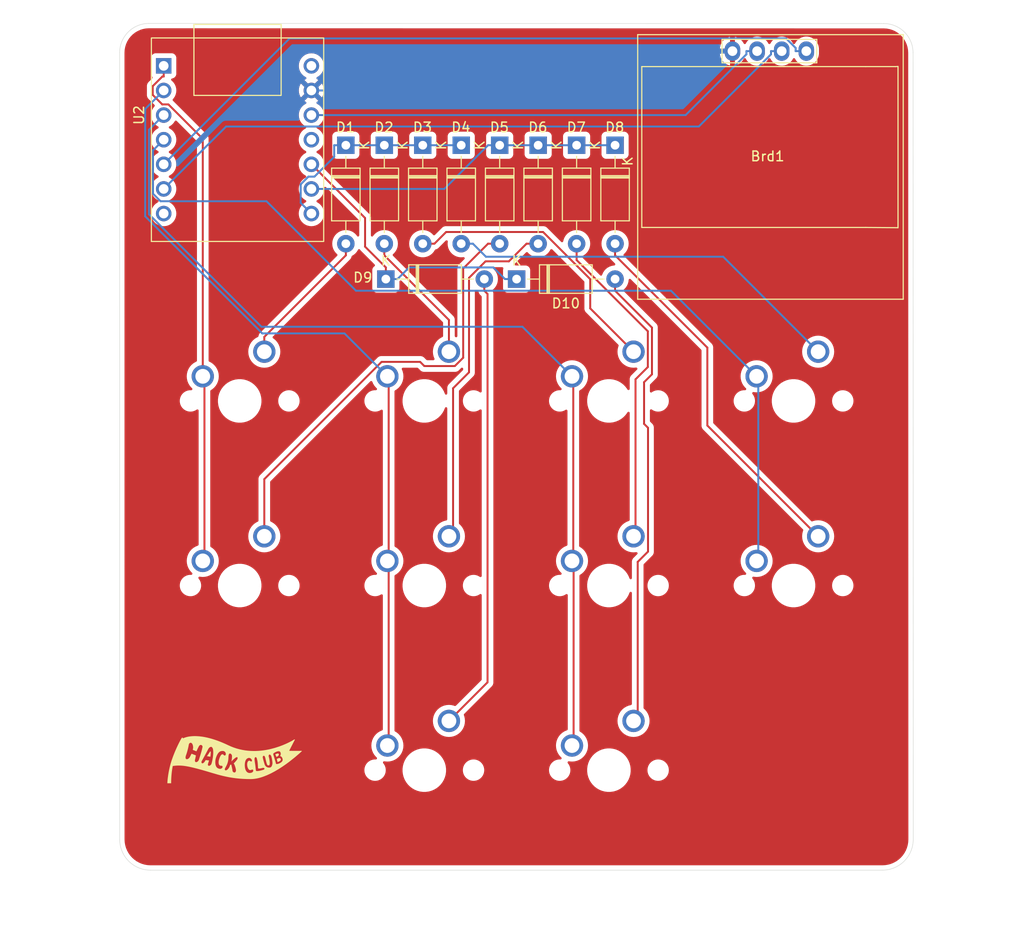
<source format=kicad_pcb>
(kicad_pcb (version 20240108) (generator "pcbnew") (generator_version "8.0")
  (layers (0 "F.Cu" signal) (31 "B.Cu" signal) (34 "B.Paste" user) (35 "F.Paste" user) (36 "B.SilkS" user "B.Silkscreen") (37 "F.SilkS" user "F.Silkscreen") (38 "B.Mask" user) (39 "F.Mask" user) (44 "Edge.Cuts" user))
  (net 0 "")
  (net 1 "ROW0")
  (net 2 "Net-(D1-A)")
  (net 3 "Net-(D2-A)")
  (net 4 "Net-(D3-A)")
  (net 5 "Net-(D4-A)")
  (net 6 "Net-(D5-A)")
  (net 7 "ROW1")
  (net 8 "Net-(D6-A)")
  (net 9 "Net-(D7-A)")
  (net 10 "Net-(D8-A)")
  (net 11 "Net-(D9-A)")
  (net 12 "ROW2")
  (net 13 "Net-(D10-A)")
  (net 14 "COL0")
  (net 15 "COL1")
  (net 16 "COL2")
  (net 17 "COL3")
  (net 18 "Net-(Brd1-SCL)")
  (net 19 "GND")
  (net 20 "Net-(Brd1-SDA)")
  (net 21 "SCR3V3")
  (net 24 "+5V")
  (footprint "Diode_THT:D_A-405_P10.16mm_Horizontal" (layer "F.Cu") (at 132.9055 77.1842)
    (property "Reference" "D9")
    (property "Value" "D" (hide yes))
  )
  (footprint "Diode_THT:D_A-405_P10.16mm_Horizontal" (layer "F.Cu") (at 148.6217 63.373 -90)
    (property "Reference" "D6")
    (property "Value" "D" (hide yes))
  )
  (footprint "Diode_THT:D_A-405_P10.16mm_Horizontal" (layer "F.Cu") (at 146.3992 77.1842)
    (property "Reference" "D10")
    (property "Value" "D" (hide yes))
  )
  (footprint "Diode_THT:D_A-405_P10.16mm_Horizontal" (layer "F.Cu") (at 136.7155 63.373 -90)
    (property "Reference" "D3")
    (property "Value" "D" (hide yes))
  )
  (footprint "MX_Solderable:MX-Solderable-1U" (layer "F.Cu") (at 155.9243 108.8072)
    (property "Reference" "SW7")
    (property "Value" "SW_Push_45deg")
  )
  (footprint "MX_Solderable:MX-Solderable-1U" (layer "F.Cu") (at 155.9243 89.7572)
    (property "Reference" "SW3")
    (property "Value" "SW_Push_45deg")
  )
  (footprint "SSD1306:128x64OLED" (layer "F.Cu") (at 172.293 64.262)
    (property "Reference" "Brd1")
    (property "Value" "SSD1306")
  )
  (footprint "MX_Solderable:MX-Solderable-1U" (layer "F.Cu") (at 136.8743 108.8072)
    (property "Reference" "SW6")
    (property "Value" "SW_Push_45deg")
  )
  (footprint "Diode_THT:D_A-405_P10.16mm_Horizontal" (layer "F.Cu") (at 140.6842 63.373 -90)
    (property "Reference" "D4")
    (property "Value" "D" (hide yes))
  )
  (footprint "Diode_THT:D_A-405_P10.16mm_Horizontal" (layer "F.Cu") (at 128.778 63.373 -90)
    (property "Reference" "D1")
    (property "Value" "D" (hide yes))
  )
  (footprint "MX_Solderable:MX-Solderable-1U" (layer "F.Cu") (at 174.9743 89.7572)
    (property "Reference" "SW4")
    (property "Value" "SW_Push_45deg")
  )
  (footprint "MX_Solderable:MX-Solderable-1U" (layer "F.Cu") (at 117.8243 108.8072)
    (property "Reference" "SW5")
    (property "Value" "SW_Push_45deg")
  )
  (footprint "Diode_THT:D_A-405_P10.16mm_Horizontal" (layer "F.Cu") (at 132.7467 63.373 -90)
    (property "Reference" "D2")
    (property "Value" "D" (hide yes))
  )
  (footprint "MX_Solderable:MX-Solderable-1U" (layer "F.Cu") (at 155.9243 127.8572)
    (property "Reference" "SW10")
    (property "Value" "SW_Push_45deg")
  )
  (footprint "MX_Solderable:MX-Solderable-1U" (layer "F.Cu") (at 136.8743 127.8572)
    (property "Reference" "SW9")
    (property "Value" "SW_Push_45deg")
  )
  (footprint "Diode_THT:D_A-405_P10.16mm_Horizontal" (layer "F.Cu") (at 152.5905 63.373 -90)
    (property "Reference" "D7")
    (property "Value" "D" (hide yes))
  )
  (footprint "MX_Solderable:MX-Solderable-1U" (layer "F.Cu") (at 117.8243 89.7572)
    (property "Reference" "SW1")
    (property "Value" "SW_Push_45deg")
  )
  (footprint "XIAO_PCB:MOUDLE14P-2.54-21X17.8MM" (layer "F.Cu") (at 117.602 62.803 90)
    (property "Reference" "U2")
    (property "Value" "MOUDLE-SEEEDUINO-XIAO")
  )
  (footprint "Diode_THT:D_A-405_P10.16mm_Horizontal" (layer "F.Cu") (at 144.653 63.373 -90)
    (property "Reference" "D5")
    (property "Value" "D" (hide yes))
  )
  (footprint "MX_Solderable:MX-Solderable-1U" (layer "F.Cu") (at 136.8743 89.7572)
    (property "Reference" "SW2")
    (property "Value" "SW_Push_45deg")
  )
  (footprint "Diode_THT:D_A-405_P10.16mm_Horizontal" (layer "F.Cu") (at 156.5592 63.373 -90)
    (property "Reference" "D8")
    (property "Value" "D" (hide yes))
  )
  (footprint "MX_Solderable:MX-Solderable-1U" (layer "F.Cu") (at 174.9743 108.8072)
    (property "Reference" "SW8")
    (property "Value" "SW_Push_45deg")
  )
  (gr_poly (pts (xy 121.919431 126.6092) (xy 121.930843 126.609834) (xy 121.94208 126.611128) (xy 121.953111 126.613122) (xy 121.958538 126.614393) (xy 121.963902 126.615854) (xy 121.969198 126.617509) (xy 121.974422 126.619364) (xy 121.97957 126.621422) (xy 121.984638 126.623689) (xy 121.989623 126.62617) (xy 121.99452 126.628869) (xy 121.999324 126.631791) (xy 122.004033 126.634942) (xy 122.008642 126.638326) (xy 122.013147 126.641947) (xy 122.017544 126.645812) (xy 122.021828 126.649924) (xy 122.025997 126.654288) (xy 122.030046 126.658909) (xy 122.033971 126.663793) (xy 122.037768 126.668943) (xy 122.041432 126.674365) (xy 122.044961 126.680064) (xy 122.048349 126.686044) (xy 122.051594 126.69231) (xy 122.05469 126.698868) (xy 122.057634 126.705721) (xy 122.064515 126.725705) (xy 122.068601 126.744915) (xy 122.070063 126.763365) (xy 122.069069 126.781068) (xy 122.065789 126.798039) (xy 122.060392 126.814289) (xy 122.053046 126.829833) (xy 122.043922 126.844685) (xy 122.033189 126.858856) (xy 122.021016 126.872362) (xy 122.007571 126.885215) (xy 121.993025 126.897429) (xy 121.977547 126.909017) (xy 121.961305 126.919992) (xy 121.927209 126.94016) (xy 121.892092 126.958039) (xy 121.857307 126.973737) (xy 121.79415 126.999018) (xy 121.748571 127.016863) (xy 121.735757 127.023265) (xy 121.732437 127.025883) (xy 121.7314 127.02813) (xy 121.654144 126.705721) (xy 121.677158 126.691049) (xy 121.703242 126.675949) (xy 121.736659 126.658552) (xy 121.755558 126.649667) (xy 121.77562 126.641018) (xy 121.79662 126.632874) (xy 121.818335 126.625506) (xy 121.840542 126.619184) (xy 121.863017 126.614177) (xy 121.885536 126.610755) (xy 121.907876 126.609189)) (stroke (width -0.000001)) (fill solid) (layer "F.SilkS"))
  (gr_poly (pts (xy 113.350517 124.345762) (xy 113.652511 124.364834) (xy 113.984571 124.40559) (xy 114.162063 124.435104) (xy 114.347297 124.471244) (xy 114.540347 124.514413) (xy 114.741288 124.565011) (xy 114.950195 124.623441) (xy 115.167144 124.690105) (xy 115.392208 124.765405) (xy 115.625463 124.849741) (xy 115.866985 124.943517) (xy 116.116846 125.047134) (xy 116.375124 125.160993) (xy 116.641892 125.285498) (xy 116.93448 125.416422) (xy 117.226743 125.529167) (xy 117.518204 125.624585) (xy 117.808386 125.703527) (xy 118.096811 125.766844) (xy 118.383001 125.815388) (xy 118.666479 125.850009) (xy 118.946768 125.871559) (xy 119.22339 125.880889) (xy 119.495868 125.878851) (xy 119.763724 125.866295) (xy 120.02648 125.844073) (xy 120.28366 125.813036) (xy 120.534785 125.774035) (xy 120.779379 125.727922) (xy 121.016963 125.675547) (xy 121.469194 125.555419) (xy 121.887659 125.42046) (xy 122.268536 125.277482) (xy 122.608007 125.133292) (xy 122.902252 124.994702) (xy 123.14745 124.868521) (xy 123.475429 124.680625) (xy 123.477223 124.679657) (xy 123.479081 124.678923) (xy 123.480993 124.678412) (xy 123.48295 124.678115) (xy 123.484941 124.678024) (xy 123.486956 124.678128) (xy 123.488987 124.678418) (xy 123.491021 124.678884) (xy 123.493051 124.679518) (xy 123.495066 124.680309) (xy 123.497056 124.681248) (xy 123.499011 124.682327) (xy 123.500921 124.683534) (xy 123.502776 124.684861) (xy 123.504567 124.686298) (xy 123.506283 124.687837) (xy 123.507915 124.689467) (xy 123.509452 124.691178) (xy 123.510886 124.692962) (xy 123.512205 124.69481) (xy 123.5134 124.696711) (xy 123.514461 124.698656) (xy 123.515379 124.700635) (xy 123.516142 124.70264) (xy 123.516742 124.704661) (xy 123.517169 124.706688) (xy 123.517412 124.708712) (xy 123.517462 124.710723) (xy 123.517308 124.712712) (xy 123.516941 124.714669) (xy 123.516352 124.716586) (xy 123.515529 124.718452) (xy 122.94714 125.824844) (xy 122.946361 125.826488) (xy 122.945704 125.828146) (xy 122.945167 125.829815) (xy 122.944746 125.831491) (xy 122.944439 125.833168) (xy 122.944245 125.834843) (xy 122.944159 125.836511) (xy 122.94418 125.838168) (xy 122.944305 125.83981) (xy 122.944532 125.841432) (xy 122.944858 125.84303) (xy 122.94528 125.844599) (xy 122.945796 125.846136) (xy 122.946403 125.847635) (xy 122.947099 125.849093) (xy 122.947881 125.850504) (xy 122.948747 125.851866) (xy 122.949694 125.853172) (xy 122.950719 125.85442) (xy 122.95182 125.855605) (xy 122.952995 125.856721) (xy 122.954241 125.857766) (xy 122.955555 125.858734) (xy 122.956935 125.859622) (xy 122.958377 125.860424) (xy 122.959881 125.861137) (xy 122.961443 125.861756) (xy 122.96306 125.862277) (xy 122.96473 125.862695) (xy 122.96645 125.863007) (xy 122.968219 125.863207) (xy 122.970032 125.863292) (xy 123.429241 125.86709) (xy 123.793941 125.867075) (xy 124.210473 125.863602) (xy 124.212687 125.863652) (xy 124.214837 125.863856) (xy 124.216918 125.864207) (xy 124.218928 125.8647) (xy 124.220862 125.865325) (xy 124.222717 125.866077) (xy 124.224488 125.866948) (xy 124.226172 125.867931) (xy 124.227766 125.86902) (xy 124.229265 125.870207) (xy 124.230665 125.871485) (xy 124.231963 125.872847) (xy 124.233155 125.874287) (xy 124.234238 125.875797) (xy 124.235207 125.87737) (xy 124.236058 125.878998) (xy 124.236789 125.880676) (xy 124.237394 125.882396) (xy 124.237871 125.884152) (xy 124.238215 125.885935) (xy 124.238423 125.887739) (xy 124.23849 125.889557) (xy 124.238414 125.891382) (xy 124.23819 125.893206) (xy 124.237815 125.895024) (xy 124.237284 125.896828) (xy 124.236595 125.89861) (xy 124.235742 125.900364) (xy 124.234723 125.902083) (xy 124.233533 125.90376) (xy 124.232169 125.905387) (xy 124.230627 125.906958) (xy 123.980903 126.135449) (xy 123.54544 126.510245) (xy 122.958644 126.976863) (xy 122.61925 127.227578) (xy 122.254925 127.480817) (xy 121.869971 127.72977) (xy 121.468689 127.967625) (xy 121.05538 128.187572) (xy 120.634344 128.382801) (xy 120.209884 128.546501) (xy 119.997713 128.6144) (xy 119.786299 128.671862) (xy 119.576179 128.718037) (xy 119.367891 128.752073) (xy 119.161972 128.773118) (xy 118.95896 128.780323) (xy 118.536645 128.774145) (xy 118.137337 128.756269) (xy 117.75915 128.72768) (xy 117.400194 128.689365) (xy 117.05858 128.64231) (xy 116.732422 128.5875) (xy 116.41983 128.525922) (xy 116.118916 128.458562) (xy 115.827792 128.386405) (xy 115.544569 128.310438) (xy 114.994275 128.151018) (xy 114.452927 127.988189) (xy 113.905419 127.829839) (xy 113.700614 127.77458) (xy 116.286717 127.77458) (xy 116.287998 127.790558) (xy 116.290966 127.805433) (xy 116.29556 127.819125) (xy 116.301719 127.831556) (xy 116.30938 127.842644) (xy 116.318482 127.852312) (xy 116.328962 127.860478) (xy 116.34076 127.867063) (xy 116.353814 127.871987) (xy 116.368061 127.875171) (xy 116.38344 127.876534) (xy 116.39989 127.875997) (xy 116.417348 127.873481) (xy 116.435752 127.868905) (xy 116.455042 127.86219) (xy 116.475156 127.853256) (xy 116.49603 127.842023) (xy 116.517605 127.828411) (xy 116.539818 127.812341) (xy 116.562607 127.793734) (xy 116.58591 127.772508) (xy 116.609667 127.748585) (xy 116.633814 127.721884) (xy 116.658291 127.692327) (xy 116.683036 127.659833) (xy 116.707986 127.624322) (xy 116.720174 127.605805) (xy 116.732402 127.584532) (xy 116.744556 127.561048) (xy 116.756522 127.535898) (xy 116.768186 127.509627) (xy 116.779434 127.48278) (xy 116.800226 127.42954) (xy 116.817985 127.380539) (xy 116.8318 127.340138) (xy 116.843947 127.302584) (xy 116.960116 127.28951) (xy 117.01378 127.536754) (xy 117.055602 127.747096) (xy 117.072894 127.845156) (xy 117.084966 127.927507) (xy 117.088174 127.944573) (xy 117.093037 127.961102) (xy 117.099442 127.977022) (xy 117.107274 127.992263) (xy 117.116419 128.006753) (xy 117.126762 128.020421) (xy 117.13819 128.033197) (xy 117.150587 128.045009) (xy 117.16384 128.055787) (xy 117.177834 128.065459) (xy 117.192455 128.073954) (xy 117.207588 128.081202) (xy 117.223119 128.087131) (xy 117.238934 128.091671) (xy 117.254919 128.09475) (xy 117.270959 128.096297) (xy 117.286939 128.096242) (xy 117.302746 128.094512) (xy 117.318265 128.091039) (xy 117.333382 128.085749) (xy 117.347983 128.078573) (xy 117.361952 128.069439) (xy 117.375176 128.058276) (xy 117.387541 128.045013) (xy 117.398931 128.02958) (xy 117.409234 128.011904) (xy 117.418333 127.991916) (xy 117.426116 127.969544) (xy 117.432468 127.944718) (xy 117.437274 127.917365) (xy 117.44042 127.887416) (xy 117.441791 127.854798) (xy 117.435922 127.806162) (xy 117.427013 127.753408) (xy 117.414987 127.696515) (xy 117.399768 127.635465) (xy 117.381278 127.570238) (xy 117.359442 127.500815) (xy 117.33418 127.427175) (xy 117.305417 127.349299) (xy 117.297573 127.328034) (xy 118.350472 127.328034) (xy 118.35109 127.391312) (xy 118.353263 127.438914) (xy 118.356577 127.485208) (xy 118.361024 127.53017) (xy 118.366595 127.573775) (xy 118.373282 127.615997) (xy 118.381077 127.656813) (xy 118.389971 127.696196) (xy 118.399957 127.734123) (xy 118.411026 127.770568) (xy 118.423169 127.805507) (xy 118.436378 127.838915) (xy 118.450646 127.870767) (xy 118.465963 127.901038) (xy 118.482322 127.929704) (xy 118.499714 127.956738) (xy 118.51813 127.982118) (xy 118.537564 128.005817) (xy 118.558005 128.027811) (xy 118.579447 128.048075) (xy 118.601881 128.066585) (xy 118.625298 128.083315) (xy 118.64969 128.098241) (xy 118.675049 128.111337) (xy 118.701366 128.122579) (xy 118.728634 128.131943) (xy 118.756844 128.139402) (xy 118.785987 128.144934) (xy 118.816056 128.148511) (xy 118.847042 128.150111) (xy 118.878937 128.149707) (xy 118.911733 128.147275) (xy 118.945421 128.142791) (xy 118.978249 128.136686) (xy 119.008535 128.129471) (xy 119.036368 128.121229) (xy 119.061842 128.112045) (xy 119.085048 128.102002) (xy 119.106078 128.091183) (xy 119.125024 128.079673) (xy 119.141978 128.067556) (xy 119.157031 128.054916) (xy 119.170277 128.041835) (xy 119.181806 128.028399) (xy 119.19171 128.01469) (xy 119.200082 128.000793) (xy 119.207014 127.986792) (xy 119.212596 127.97277) (xy 119.216922 127.958811) (xy 119.220083 127.945) (xy 119.222171 127.931419) (xy 119.223278 127.918153) (xy 119.223496 127.905285) (xy 119.222916 127.8929) (xy 119.221632 127.881081) (xy 119.219733 127.869912) (xy 119.217314 127.859477) (xy 119.214464 127.84986) (xy 119.211277 127.841144) (xy 119.207845 127.833413) (xy 119.204258 127.826752) (xy 119.20061 127.821244) (xy 119.196991 127.816972) (xy 119.193495 127.814021) (xy 119.190212 127.812475) (xy 119.185378 127.810918) (xy 119.180776 127.808963) (xy 119.171319 127.804511) (xy 119.165986 127.802338) (xy 119.159934 127.800418) (xy 119.152923 127.798912) (xy 119.144715 127.797984) (xy 119.135072 127.797795) (xy 119.123756 127.798508) (xy 119.110529 127.800285) (xy 119.095152 127.803289) (xy 119.077387 127.807682) (xy 119.056995 127.813627) (xy 119.033739 127.821285) (xy 119.007381 127.83082) (xy 118.993488 127.835723) (xy 118.979809 127.839906) (xy 118.96634 127.843361) (xy 118.953076 127.84608) (xy 118.940015 127.848056) (xy 118.927154 127.849281) (xy 118.914489 127.849748) (xy 118.902016 127.849449) (xy 118.889732 127.848377) (xy 118.877633 127.846524) (xy 118.865717 127.843883) (xy 118.85398 127.840445) (xy 118.842419 127.836205) (xy 118.831029 127.831153) (xy 118.819808 127.825283) (xy 118.808752 127.818586) (xy 118.797858 127.811057) (xy 118.787122 127.802686) (xy 118.776541 127.793466) (xy 118.766112 127.78339) (xy 118.75583 127.772451) (xy 118.745694 127.76064) (xy 118.735699 127.74795) (xy 118.725841 127.734374) (xy 118.716119 127.719904) (xy 118.706527 127.704533) (xy 118.687722 127.671056) (xy 118.669401 127.633883) (xy 118.651536 127.592953) (xy 118.640241 127.562332) (xy 118.629784 127.528704) (xy 118.62034 127.492477) (xy 118.612079 127.454057) (xy 118.605174 127.413854) (xy 118.599798 127.372273) (xy 118.596122 127.329723) (xy 118.594319 127.286612) (xy 118.59456 127.243346) (xy 118.597019 127.200334) (xy 118.601867 127.157983) (xy 118.609276 127.116701) (xy 118.619418 127.076894) (xy 118.632467 127.038972) (xy 118.640135 127.020844) (xy 118.648593 127.00334) (xy 118.657865 126.986511) (xy 118.66797 126.970408) (xy 118.67111 126.965858) (xy 118.674237 126.961513) (xy 118.67735 126.957367) (xy 118.680445 126.953414) (xy 118.68352 126.949648) (xy 118.686573 126.946063) (xy 118.692603 126.939413) (xy 118.698514 126.933416) (xy 118.704288 126.928024) (xy 118.709904 126.923189) (xy 118.715343 126.918863) (xy 118.720586 126.914999) (xy 118.725612 126.91155) (xy 118.730403 126.908466) (xy 118.734938 126.905701) (xy 118.750136 126.896872) (xy 118.756429 126.893268) (xy 118.762722 126.890116) (xy 118.769003 126.887396) (xy 118.775261 126.885088) (xy 118.781486 126.883172) (xy 118.787668 126.881627) (xy 118.793794 126.880435) (xy 118.799856 126.879573) (xy 118.805841 126.879023) (xy 118.811739 126.878764) (xy 118.817539 126.878777) (xy 118.823232 126.87904) (xy 118.828805 126.879534) (xy 118.834248 126.880238) (xy 118.839551 126.881133) (xy 118.844702 126.882198) (xy 118.849691 126.883413) (xy 118.854507 126.884759) (xy 118.863579 126.887759) (xy 118.87183 126.891038) (xy 118.879175 126.894434) (xy 118.885528 126.897786) (xy 118.890803 126.900933) (xy 118.894914 126.903713) (xy 118.897775 126.905967) (xy 118.91496 126.917893) (xy 118.931267 126.928194) (xy 118.946706 126.936925) (xy 118.961284 126.944142) (xy 118.975011 126.949899) (xy 118.987896 126.954254) (xy 118.999946 126.957261) (xy 119.011171 126.958976) (xy 119.021579 126.959455) (xy 119.031178 126.958754) (xy 119.039978 126.956927) (xy 119.047988 126.954031) (xy 119.055215 126.950121) (xy 119.061668 126.945253) (xy 119.067356 126.939483) (xy 119.072288 126.932865) (xy 119.076472 126.925456) (xy 119.079918 126.917312) (xy 119.082632 126.908487) (xy 119.084625 126.899038) (xy 119.085905 126.889021) (xy 119.08648 126.87849) (xy 119.08636 126.867501) (xy 119.085552 126.856111) (xy 119.084066 126.844374) (xy 119.08191 126.832346) (xy 119.079092 126.820084) (xy 119.075622 126.807642) (xy 119.071508 126.795076) (xy 119.066758 126.782441) (xy 119.061382 126.769794) (xy 119.055388 126.757191) (xy 119.041238 126.737984) (xy 119.026769 126.719897) (xy 119.013821 126.70505) (xy 119.355835 126.70505) (xy 119.356881 126.743154) (xy 119.359245 126.783987) (xy 119.367343 126.872564) (xy 119.37895 126.968228) (xy 119.39289 127.068426) (xy 119.423061 127.272213) (xy 119.436937 127.370697) (xy 119.448439 127.463504) (xy 119.4757 127.720969) (xy 119.481044 127.766554) (xy 119.486956 127.810456) (xy 119.494016 127.85559) (xy 119.502803 127.904873) (xy 119.507216 127.916946) (xy 119.515367 127.927075) (xy 119.527004 127.935358) (xy 119.541876 127.941898) (xy 119.559733 127.946794) (xy 119.580324 127.950147) (xy 119.603397 127.952056) (xy 119.628702 127.952624) (xy 119.685001 127.950133) (xy 119.747215 127.943478) (xy 119.813334 127.933463) (xy 119.881351 127.92089) (xy 120.015046 127.891286) (xy 120.132234 127.861097) (xy 120.216852 127.836749) (xy 120.252834 127.824671) (xy 120.256705 127.822769) (xy 120.261905 127.820796) (xy 120.275609 127.816164) (xy 120.283774 127.81327) (xy 120.292586 127.809833) (xy 120.301876 127.805737) (xy 120.311474 127.800864) (xy 120.32121 127.795095) (xy 120.326076 127.791838) (xy 120.330913 127.788313) (xy 120.3357 127.784506) (xy 120.340414 127.780401) (xy 120.345035 127.775985) (xy 120.349542 127.771241) (xy 120.353913 127.766156) (xy 120.358127 127.760715) (xy 120.362163 127.754904) (xy 120.366 127.748706) (xy 120.369615 127.742109) (xy 120.372989 127.735096) (xy 120.376099 127.727654) (xy 120.378925 127.719768) (xy 120.381679 127.711955) (xy 120.38336 127.704423) (xy 120.384016 127.697176) (xy 120.383695 127.690217) (xy 120.382446 127.683549) (xy 120.380316 127.677176) (xy 120.377353 127.671101) (xy 120.373607 127.665328) (xy 120.369124 127.659859) (xy 120.363952 127.654699) (xy 120.358141 127.64985) (xy 120.351738 127.645317) (xy 120.344791 127.641102) (xy 120.337348 127.637209) (xy 120.321168 127.630402) (xy 120.303583 127.624922) (xy 120.284977 127.620798) (xy 120.265735 127.618056) (xy 120.246242 127.616723) (xy 120.226883 127.616827) (xy 120.208043 127.618394) (xy 120.190107 127.621451) (xy 120.173459 127.626026) (xy 120.131984 127.638363) (xy 120.074973 127.652729) (xy 120.008273 127.667211) (xy 119.973115 127.673899) (xy 119.937727 127.6799) (xy 119.90284 127.684974) (xy 119.869183 127.688884) (xy 119.837487 127.691389) (xy 119.808484 127.692252) (xy 119.782903 127.691233) (xy 119.771624 127.689944) (xy 119.761476 127.688094) (xy 119.752548 127.685655) (xy 119.744932 127.682596) (xy 119.73872 127.678887) (xy 119.734003 127.674499) (xy 119.726836 127.659406) (xy 119.72092 127.633817) (xy 119.716 127.598844) (xy 119.711822 127.555598) (xy 119.697422 127.322119) (xy 119.688038 127.184641) (xy 119.674479 127.045192) (xy 119.665496 126.977507) (xy 119.654703 126.912664) (xy 119.641847 126.851774) (xy 119.626671 126.795948) (xy 119.623471 126.777128) (xy 119.62011 126.759054) (xy 119.616593 126.741716) (xy 119.612926 126.725103) (xy 119.609116 126.709206) (xy 119.605169 126.694013) (xy 119.601091 126.679516) (xy 119.596889 126.665702) (xy 119.592569 126.652564) (xy 119.588138 126.640089) (xy 119.583601 126.628268) (xy 119.578964 126.617091) (xy 119.574236 126.606547) (xy 119.56942 126.596627) (xy 119.564525 126.587319) (xy 119.559556 126.578615) (xy 119.554519 126.570502) (xy 119.549421 126.562972) (xy 119.544268 126.556015) (xy 119.539067 126.549619) (xy 119.533823 126.543774) (xy 119.528543 126.538471) (xy 119.523234 126.533699) (xy 119.517901 126.529448) (xy 119.512551 126.525708) (xy 119.507191 126.522469) (xy 119.501826 126.519719) (xy 119.496463 126.51745) (xy 119.491108 126.51565) (xy 119.485767 126.51431) (xy 119.480448 126.513419) (xy 119.475155 126.512968) (xy 119.469198 126.512974) (xy 119.463293 126.513516) (xy 119.457449 126.514579) (xy 119.451675 126.516148) (xy 119.445981 126.518208) (xy 119.440376 126.520745) (xy 119.434868 126.523742) (xy 119.429468 126.527186) (xy 119.424184 126.531062) (xy 119.419025 126.535355) (xy 119.409121 126.54513) (xy 119.399828 126.556393) (xy 119.391221 126.569025) (xy 119.383372 126.582906) (xy 119.376355 126.597917) (xy 119.370244 126.61394) (xy 119.365111 126.630855) (xy 119.36103 126.648542) (xy 119.358075 126.666883) (xy 119.356319 126.685759) (xy 119.355835 126.70505) (xy 119.013821 126.70505) (xy 119.011986 126.702945) (xy 118.996891 126.687141) (xy 118.981489 126.672499) (xy 118.965784 126.659035) (xy 118.94978 126.646762) (xy 118.93348 126.635695) (xy 118.916889 126.625849) (xy 118.900011 126.617237) (xy 118.882849 126.609873) (xy 118.865407 126.603773) (xy 118.84769 126.59895) (xy 118.829701 126.59542) (xy 118.811444 126.593195) (xy 118.792924 126.592291) (xy 118.778339 126.592511) (xy 118.7636 126.593545) (xy 118.748707 126.5954) (xy 118.733663 126.598084) (xy 118.718469 126.601602) (xy 118.703127 126.605962) (xy 118.68764 126.611169) (xy 118.672008 126.617232) (xy 118.656234 126.624155) (xy 118.640319 126.631947) (xy 118.624266 126.640613) (xy 118.608076 126.650161) (xy 118.591751 126.660597) (xy 118.575292 126.671927) (xy 118.558702 126.684158) (xy 118.541983 126.697298) (xy 118.519566 126.721308) (xy 118.498272 126.747828) (xy 118.47816 126.776875) (xy 118.459289 126.808463) (xy 118.441718 126.842607) (xy 118.425505 126.879323) (xy 118.410711 126.918627) (xy 118.397394 126.960533) (xy 118.385612 127.005057) (xy 118.375425 127.052214) (xy 118.366891 127.102019) (xy 118.36007 127.154489) (xy 118.35502 127.209638) (xy 118.351801 127.267481) (xy 118.350472 127.328034) (xy 117.297573 127.328034) (xy 117.296295 127.324571) (xy 117.28586 127.298796) (xy 117.272367 127.268646) (xy 117.264676 127.253) (xy 117.256462 127.237545) (xy 117.247807 127.222707) (xy 117.23879 127.208916) (xy 117.229492 127.196599) (xy 117.224763 127.191127) (xy 117.219994 127.186184) (xy 117.215196 127.181824) (xy 117.210377 127.178099) (xy 117.205549 127.175064) (xy 117.200721 127.172773) (xy 117.258292 127.113864) (xy 117.318036 127.050511) (xy 117.387558 126.9737) (xy 117.458711 126.890286) (xy 117.492353 126.848245) (xy 117.523348 126.807124) (xy 117.550677 126.76778) (xy 117.573323 126.73107) (xy 117.590266 126.697851) (xy 117.596282 126.682818) (xy 117.60049 126.668979) (xy 117.606086 126.641916) (xy 117.609101 126.616344) (xy 117.609364 126.592698) (xy 117.60841 126.581735) (xy 117.606705 126.571417) (xy 117.604226 126.5618) (xy 117.600954 126.552938) (xy 117.596866 126.544885) (xy 117.591941 126.537697) (xy 117.586159 126.531427) (xy 117.579498 126.526132) (xy 117.571936 126.521864) (xy 117.563452 126.518679) (xy 117.554026 126.516632) (xy 117.543636 126.515777) (xy 117.53226 126.516168) (xy 117.519878 126.517861) (xy 117.506469 126.52091) (xy 117.49201 126.52537) (xy 117.476481 126.531295) (xy 117.459861 126.53874) (xy 117.442127 126.547759) (xy 117.42326 126.558408) (xy 117.403238 126.570741) (xy 117.38204 126.584812) (xy 117.359644 126.600676) (xy 117.336029 126.618388) (xy 117.311173 126.638002) (xy 117.285057 126.659574) (xy 117.259037 126.681668) (xy 117.234456 126.702819) (xy 117.211271 126.723043) (xy 117.189445 126.742356) (xy 117.168936 126.760773) (xy 117.149704 126.77831) (xy 117.131709 126.794984) (xy 117.114911 126.810809) (xy 117.09927 126.825803) (xy 117.084746 126.83998) (xy 117.071299 126.853357) (xy 117.058888 126.865949) (xy 117.047474 126.877772) (xy 117.037016 126.888843) (xy 117.027475 126.899176) (xy 117.018809 126.908789) (xy 117.003946 126.925913) (xy 116.992106 126.940343) (xy 116.982968 126.952205) (xy 116.976211 126.961626) (xy 116.971514 126.968733) (xy 116.968556 126.973652) (xy 116.966575 126.977436) (xy 116.977072 126.92642) (xy 116.987688 126.86928) (xy 116.999656 126.796945) (xy 117.011307 126.713832) (xy 117.02097 126.624363) (xy 117.024535 126.578626) (xy 117.026977 126.532956) (xy 117.027679 126.504436) (xy 120.202575 126.504436) (xy 120.20266 126.517154) (xy 120.203638 126.530228) (xy 120.210705 126.58311) (xy 120.220886 126.63839) (xy 120.23492 126.6999) (xy 120.253547 126.771468) (xy 120.30753 126.960103) (xy 120.388743 127.234939) (xy 120.402021 127.272679) (xy 120.41664 127.307748) (xy 120.432494 127.34024) (xy 120.449476 127.370251) (xy 120.467479 127.397874) (xy 120.486398 127.423204) (xy 120.506124 127.446337) (xy 120.526552 127.467366) (xy 120.547575 127.486386) (xy 120.569085 127.503493) (xy 120.590978 127.51878) (xy 120.613144 127.532342) (xy 120.635479 127.544274) (xy 120.657875 127.55467) (xy 120.680225 127.563626) (xy 120.702424 127.571235) (xy 120.724363 127.577593) (xy 120.745937 127.582793) (xy 120.787562 127.590102) (xy 120.826445 127.593919) (xy 120.861731 127.595) (xy 120.892568 127.594103) (xy 120.918102 127.591985) (xy 120.949846 127.587114) (xy 120.965958 127.582803) (xy 120.981271 127.577761) (xy 120.99581 127.572021) (xy 121.009601 127.565611) (xy 121.022669 127.558562) (xy 121.03504 127.550904) (xy 121.046739 127.542669) (xy 121.057792 127.533885) (xy 121.068224 127.524584) (xy 121.078061 127.514795) (xy 121.087328 127.504549) (xy 121.09605 127.493877) (xy 121.111963 127.471373) (xy 121.126003 127.447525) (xy 121.138375 127.422577) (xy 121.149281 127.396769) (xy 121.158926 127.370346) (xy 121.167514 127.343549) (xy 121.18233 127.289803) (xy 121.19536 127.237472) (xy 121.200795 127.20777) (xy 121.2039 127.172607) (xy 121.204835 127.132586) (xy 121.20376 127.088309) (xy 121.200834 127.040379) (xy 121.196218 126.989401) (xy 121.182552 126.880708) (xy 121.164041 126.767057) (xy 121.141963 126.653271) (xy 121.117594 126.544177) (xy 121.092215 126.4446) (xy 121.083288 126.421714) (xy 121.073733 126.400124) (xy 121.063614 126.379857) (xy 121.052994 126.360937) (xy 121.041937 126.343391) (xy 121.036263 126.335141) (xy 121.030504 126.327244) (xy 121.024667 126.319703) (xy 121.01876 126.312521) (xy 121.012791 126.305702) (xy 121.006768 126.299248) (xy 121.000699 126.293164) (xy 120.994591 126.287451) (xy 120.988453 126.282114) (xy 120.982292 126.277155) (xy 120.976117 126.272578) (xy 120.969935 126.268386) (xy 120.963755 126.264582) (xy 120.957583 126.261169) (xy 120.951429 126.25815) (xy 120.945299 126.255529) (xy 120.939202 126.253309) (xy 120.933146 126.251493) (xy 120.927139 126.250084) (xy 120.921188 126.249086) (xy 120.915301 126.248501) (xy 120.909487 126.248333) (xy 120.900605 126.248907) (xy 120.891947 126.25051) (xy 120.883543 126.253153) (xy 120.875423 126.256848) (xy 120.867616 126.261607) (xy 120.860151 126.267442) (xy 120.853059 126.274366) (xy 120.846369 126.282388) (xy 120.840111 126.291523) (xy 120.834315 126.301782) (xy 120.829009 126.313176) (xy 120.824225 126.325718) (xy 120.81999 126.33942) (xy 120.816336 126.354293) (xy 120.813292 126.370349) (xy 120.810888 126.387601) (xy 120.810975 126.400001) (xy 120.811825 126.412964) (xy 120.813378 126.426497) (xy 120.815577 126.440603) (xy 120.821684 126.470558) (xy 120.829685 126.502868) (xy 120.849523 126.574718) (xy 120.860437 126.614337) (xy 120.871401 126.656473) (xy 120.886786 126.749417) (xy 120.901401 126.845128) (xy 120.913833 126.940791) (xy 120.918789 126.987725) (xy 120.92267 127.033593) (xy 120.925299 127.078041) (xy 120.9265 127.120718) (xy 120.926096 127.161273) (xy 120.923911 127.199353) (xy 120.919768 127.234607) (xy 120.913491 127.266684) (xy 120.904904 127.29523) (xy 120.899688 127.30807) (xy 120.893828 127.319895) (xy 120.888407 127.327093) (xy 120.882641 127.333735) (xy 120.876552 127.339828) (xy 120.870164 127.345374) (xy 120.863499 127.35038) (xy 120.856579 127.354848) (xy 120.849428 127.358784) (xy 120.842067 127.362192) (xy 120.834521 127.365076) (xy 120.82681 127.36744) (xy 120.818958 127.36929) (xy 120.810988 127.37063) (xy 120.802922 127.371464) (xy 120.794783 127.371796) (xy 120.786594 127.371631) (xy 120.778376 127.370973) (xy 120.770154 127.369827) (xy 120.761949 127.368197) (xy 120.753784 127.366088) (xy 120.745681 127.363503) (xy 120.737664 127.360449) (xy 120.729756 127.356928) (xy 120.721978 127.352945) (xy 120.714353 127.348505) (xy 120.706904 127.343612) (xy 120.699654 127.338271) (xy 120.692626 127.332486) (xy 120.685841 127.326261) (xy 120.679323 127.319601) (xy 120.673094 127.31251) (xy 120.667177 127.304993) (xy 120.661595 127.297054) (xy 120.642221 127.253507) (xy 120.623529 127.204035) (xy 120.60549 127.149645) (xy 120.588074 127.091349) (xy 120.554997 126.96707) (xy 120.524065 126.83927) (xy 120.495044 126.716022) (xy 120.4677 126.605398) (xy 120.454585 126.557343) (xy 120.441801 126.515472) (xy 120.42932 126.480793) (xy 120.417113 126.454315) (xy 120.408994 126.440791) (xy 120.400569 126.428627) (xy 120.391876 126.417791) (xy 120.382957 126.408248) (xy 120.373851 126.399965) (xy 120.364599 126.39291) (xy 120.35524 126.387047) (xy 120.345814 126.382344) (xy 120.336362 126.378768) (xy 120.326923 126.376284) (xy 120.317538 126.374859) (xy 120.308246 126.374459) (xy 120.299087 126.375052) (xy 120.290102 126.376603) (xy 120.28133 126.37908) (xy 120.272812 126.382447) (xy 120.264587 126.386673) (xy 120.256696 126.391724) (xy 120.249178 126.397565) (xy 120.242073 126.404164) (xy 120.235423 126.411486) (xy 120.229265 126.419499) (xy 120.223642 126.428169) (xy 120.218591 126.437463) (xy 120.214155 126.447346) (xy 120.210371 126.457785) (xy 120.207282 126.468747) (xy 120.204926 126.480199) (xy 120.203344 126.492106) (xy 120.202575 126.504436) (xy 117.027679 126.504436) (xy 117.028087 126.487908) (xy 117.027656 126.444031) (xy 117.028846 126.428451) (xy 117.029237 126.413073) (xy 117.02886 126.397917) (xy 117.027745 126.383003) (xy 117.025921 126.368349) (xy 117.023417 126.353976) (xy 117.020264 126.339903) (xy 117.016491 126.326149) (xy 117.012128 126.312734) (xy 117.007204 126.299677) (xy 117.001749 126.286999) (xy 116.995793 126.274717) (xy 116.989365 126.262852) (xy 116.982495 126.251424) (xy 116.975212 126.240451) (xy 116.967547 126.229953) (xy 116.959528 126.21995) (xy 116.951186 126.210461) (xy 116.94255 126.201505) (xy 116.937599 126.196831) (xy 121.287285 126.196831) (xy 121.287398 126.202242) (xy 121.288276 126.212887) (xy 121.289793 126.223317) (xy 121.291672 126.233555) (xy 121.295406 126.253552) (xy 121.43094 126.697177) (xy 121.524839 127.017555) (xy 121.556296 127.134092) (xy 121.565398 127.172911) (xy 121.569033 127.19551) (xy 121.569822 127.1989) (xy 121.571228 127.202073) (xy 121.573228 127.205033) (xy 121.575803 127.207779) (xy 121.578932 127.210314) (xy 121.582592 127.212637) (xy 121.591423 127.216657) (xy 121.602127 127.219848) (xy 121.614537 127.222219) (xy 121.628482 127.223781) (xy 121.643793 127.224542) (xy 121.660301 127.224512) (xy 121.677838 127.2237) (xy 121.696233 127.222117) (xy 121.715317 127.219771) (xy 121.734923 127.216672) (xy 121.754879 127.212829) (xy 121.775017 127.208253) (xy 121.795169 127.202952) (xy 121.853103 127.182358) (xy 121.907515 127.160317) (xy 121.958331 127.136909) (xy 121.982368 127.124717) (xy 122.005478 127.112213) (xy 122.027652 127.099408) (xy 122.048881 127.08631) (xy 122.069156 127.072931) (xy 122.088467 127.059279) (xy 122.106805 127.045365) (xy 122.124161 127.0312) (xy 122.140526 127.016792) (xy 122.15589 127.002152) (xy 122.170244 126.98729) (xy 122.183579 126.972216) (xy 122.195886 126.956939) (xy 122.207155 126.94147) (xy 122.217377 126.925819) (xy 122.226543 126.909996) (xy 122.234644 126.89401) (xy 122.24167 126.877872) (xy 122.247613 126.861592) (xy 122.252462 126.845179) (xy 122.256209 126.828643) (xy 122.258845 126.811995) (xy 122.260359 126.795245) (xy 122.260744 126.778402) (xy 122.259989 126.761477) (xy 122.258086 126.744478) (xy 122.252252 126.710939) (xy 122.244707 126.678525) (xy 122.240311 126.662778) (xy 122.235509 126.647357) (xy 122.230306 126.632277) (xy 122.224711 126.617553) (xy 122.218731 126.6032) (xy 122.212371 126.589234) (xy 122.20564 126.575669) (xy 122.198544 126.56252) (xy 122.191091 126.549803) (xy 122.183286 126.537531) (xy 122.175138 126.525721) (xy 122.166653 126.514387) (xy 122.157838 126.503544) (xy 122.1487 126.493207) (xy 122.139246 126.483391) (xy 122.129483 126.474111) (xy 122.119418 126.465383) (xy 122.109058 126.45722) (xy 122.09841 126.449639) (xy 122.087481 126.442654) (xy 122.076278 126.436279) (xy 122.064807 126.430531) (xy 122.053076 126.425424) (xy 122.041093 126.420973) (xy 122.028862 126.417193) (xy 122.016393 126.414099) (xy 122.003691 126.411706) (xy 121.990764 126.410028) (xy 121.997689 126.395474) (xy 122.005316 126.378412) (xy 122.014803 126.35583) (xy 122.025465 126.328484) (xy 122.036615 126.297125) (xy 122.047567 126.262509) (xy 122.052754 126.244215) (xy 122.057634 126.225388) (xy 122.059453 126.214374) (xy 122.060849 126.203269) (xy 122.06183 126.192092) (xy 122.062403 126.180861) (xy 122.062578 126.169598) (xy 122.062363 126.15832) (xy 122.061765 126.147047) (xy 122.060794 126.135798) (xy 122.057763 126.113451) (xy 122.053336 126.091432) (xy 122.04758 126.069896) (xy 122.040561 126.048997) (xy 122.032344 126.028889) (xy 122.022998 126.009726) (xy 122.012587 125.991663) (xy 122.007003 125.983092) (xy 122.001178 125.974853) (xy 121.99512 125.966967) (xy 121.988838 125.959452) (xy 121.982339 125.952327) (xy 121.975632 125.945612) (xy 121.968726 125.939327) (xy 121.961628 125.933489) (xy 121.954347 125.928119) (xy 121.946891 125.923237) (xy 121.940422 125.920983) (xy 121.933896 125.918873) (xy 121.927313 125.916907) (xy 121.920672 125.915085) (xy 121.913972 125.913406) (xy 121.907214 125.911871) (xy 121.89352 125.90923) (xy 121.879585 125.907161) (xy 121.865406 125.905663) (xy 121.85098 125.904735) (xy 121.836304 125.904375) (xy 121.81381 125.904898) (xy 121.790732 125.906697) (xy 121.767055 125.909769) (xy 121.742768 125.91411) (xy 121.717858 125.919716) (xy 121.692313 125.926585) (xy 121.66612 125.934714) (xy 121.639267 125.944098) (xy 121.611741 125.954736) (xy 121.583529 125.966623) (xy 121.55462 125.979756) (xy 121.525001 125.994132) (xy 121.494659 126.009748) (xy 121.463582 126.026601) (xy 121.431758 126.044687) (xy 121.399173 126.064003) (xy 121.386474 126.07137) (xy 121.374732 126.078614) (xy 121.363911 126.085737) (xy 121.353978 126.092744) (xy 121.344897 126.099636) (xy 121.336634 126.106417) (xy 121.329154 126.113089) (xy 121.322423 126.119656) (xy 121.316406 126.126122) (xy 121.311069 126.132488) (xy 121.306376 126.138757) (xy 121.302293 126.144934) (xy 121.298786 126.151021) (xy 121.295819 126.15702) (xy 121.293359 126.162936) (xy 121.29137 126.16877) (xy 121.289818 126.174526) (xy 121.288668 126.180207) (xy 121.287886 126.185817) (xy 121.287436 126.191357) (xy 121.287285 126.196831) (xy 116.937599 126.196831) (xy 116.93365 126.193103) (xy 116.924515 126.185273) (xy 116.915175 126.178035) (xy 116.90566 126.171409) (xy 116.895999 126.165413) (xy 116.886222 126.160068) (xy 116.876358 126.155393) (xy 116.866438 126.151407) (xy 116.856491 126.14813) (xy 116.846546 126.145581) (xy 116.836634 126.14378) (xy 116.826783 126.142746) (xy 116.817023 126.142499) (xy 116.817023 126.1425) (xy 116.808256 126.142975) (xy 116.79961 126.144132) (xy 116.79111 126.145984) (xy 116.782777 126.148547) (xy 116.774632 126.151836) (xy 116.7667 126.155864) (xy 116.76282 126.15816) (xy 116.759001 126.160646) (xy 116.755246 126.163324) (xy 116.751558 126.166196) (xy 116.74794 126.169265) (xy 116.744394 126.17253) (xy 116.740923 126.175995) (xy 116.73753 126.179662) (xy 116.734217 126.183531) (xy 116.730988 126.187605) (xy 116.724792 126.196376) (xy 116.718964 126.205987) (xy 116.713524 126.216454) (xy 116.708497 126.227791) (xy 116.703904 126.240013) (xy 116.689896 126.289576) (xy 116.679681 126.339774) (xy 116.672502 126.390915) (xy 116.667599 126.443306) (xy 116.655586 126.671523) (xy 116.65069 126.734776) (xy 116.64352 126.801123) (xy 116.633317 126.870872) (xy 116.619324 126.94433) (xy 116.600781 127.021804) (xy 116.57693 127.103602) (xy 116.547014 127.19003) (xy 116.510272 127.281397) (xy 116.499808 127.305465) (xy 116.487867 127.331493) (xy 116.460641 127.387703) (xy 116.430769 127.446575) (xy 116.40043 127.504656) (xy 116.317933 127.66003) (xy 116.307791 127.680948) (xy 116.299707 127.701241) (xy 116.293619 127.720831) (xy 116.289466 127.739637) (xy 116.287186 127.75758) (xy 116.286717 127.77458) (xy 113.700614 127.77458) (xy 113.391921 127.691292) (xy 112.938274 127.578036) (xy 112.730424 127.530949) (xy 112.533374 127.490253) (xy 112.345735 127.455971) (xy 112.166121 127.428125) (xy 111.993143 127.40674) (xy 111.825413 127.391837) (xy 111.661544 127.383439) (xy 111.500149 127.38157) (xy 111.33984 127.386253) (xy 111.179228 127.397509) (xy 111.016927 127.415363) (xy 110.851548 127.439836) (xy 110.849752 127.440075) (xy 110.847978 127.440194) (xy 110.846227 127.440198) (xy 110.844504 127.440088) (xy 110.842813 127.43987) (xy 110.841155 127.439547) (xy 110.839536 127.439123) (xy 110.837958 127.438601) (xy 110.836425 127.437985) (xy 110.834941 127.437279) (xy 110.833507 127.436486) (xy 110.832129 127.43561) (xy 110.830809 127.434656) (xy 110.829551 127.433626) (xy 110.828358 127.432524) (xy 110.827234 127.431354) (xy 110.826182 127.43012) (xy 110.825206 127.428825) (xy 110.824308 127.427473) (xy 110.823493 127.426068) (xy 110.822763 127.424614) (xy 110.822122 127.423113) (xy 110.821574 127.421571) (xy 110.821122 127.41999) (xy 110.82077 127.418374) (xy 110.82052 127.416727) (xy 110.820376 127.415053) (xy 110.820342 127.413356) (xy 110.820421 127.411638) (xy 110.820616 127.409904) (xy 110.820931 127.408157) (xy 110.821369 127.406402) (xy 111.064619 126.552189) (xy 112.238525 126.552189) (xy 112.239973 126.585504) (xy 112.244399 126.614961) (xy 112.25159 126.640677) (xy 112.261337 126.66277) (xy 112.273426 126.681357) (xy 112.287646 126.696556) (xy 112.303786 126.708484) (xy 112.321634 126.717258) (xy 112.340979 126.722996) (xy 112.361608 126.725815) (xy 112.38331 126.725832) (xy 112.405874 126.723166) (xy 112.429087 126.717933) (xy 112.452739 126.710251) (xy 112.476618 126.700237) (xy 112.500511 126.688008) (xy 112.524208 126.673683) (xy 112.547496 126.657378) (xy 112.570165 126.63921) (xy 112.592002 126.619298) (xy 112.612796 126.597758) (xy 112.632335 126.574708) (xy 112.650408 126.550265) (xy 112.666802 126.524547) (xy 112.681307 126.497672) (xy 112.74432 126.376942) (xy 112.799796 126.268781) (xy 112.85432 126.161) (xy 113.30592 126.334116) (xy 113.283093 126.458209) (xy 113.259557 126.579412) (xy 113.232385 126.709907) (xy 113.220686 126.749839) (xy 113.212085 126.786915) (xy 113.206425 126.821177) (xy 113.203551 126.852663) (xy 113.203305 126.881415) (xy 113.205531 126.907474) (xy 113.210072 126.930879) (xy 113.216773 126.951671) (xy 113.225477 126.969892) (xy 113.236026 126.985581) (xy 113.248265 126.998778) (xy 113.262038 127.009525) (xy 113.277187 127.017862) (xy 113.293556 127.023829) (xy 113.310989 127.027468) (xy 113.329329 127.028817) (xy 113.34842 127.027919) (xy 113.368105 127.024813) (xy 113.371873 127.023825) (xy 113.879163 127.023825) (xy 113.879246 127.042656) (xy 113.881187 127.060463) (xy 113.884916 127.077105) (xy 113.890366 127.092441) (xy 113.89747 127.106333) (xy 113.906161 127.118639) (xy 113.91637 127.12922) (xy 113.928029 127.137934) (xy 113.941072 127.144642) (xy 113.955431 127.149204) (xy 113.971038 127.151478) (xy 113.987825 127.151326) (xy 114.005724 127.148606) (xy 114.024669 127.143178) (xy 114.044591 127.134903) (xy 114.065423 127.123639) (xy 114.087098 127.109247) (xy 114.109547 127.091586) (xy 114.132702 127.070516) (xy 114.156498 127.045897) (xy 114.180865 127.017588) (xy 114.205736 126.98545) (xy 114.231043 126.949341) (xy 114.256719 126.909122) (xy 114.282697 126.864652) (xy 114.308908 126.815792) (xy 114.665992 126.855686) (xy 114.633653 126.952274) (xy 114.601095 127.053833) (xy 114.564603 127.173858) (xy 114.55588 127.198912) (xy 114.549296 127.222627) (xy 114.54476 127.244988) (xy 114.54218 127.265981) (xy 114.541464 127.285592) (xy 114.542521 127.303808) (xy 114.54526 127.320615) (xy 114.54959 127.335999) (xy 114.555418 127.349946) (xy 114.562654 127.362442) (xy 114.571206 127.373474) (xy 114.580982 127.383027) (xy 114.591892 127.391088) (xy 114.603844 127.397642) (xy 114.616746 127.402677) (xy 114.630507 127.406177) (xy 114.645035 127.40813) (xy 114.66024 127.408521) (xy 114.676029 127.407337) (xy 114.692312 127.404564) (xy 114.708997 127.400187) (xy 114.725992 127.394194) (xy 114.743206 127.386569) (xy 114.760547 127.3773) (xy 114.777925 127.366373) (xy 114.795248 127.353773) (xy 114.812423 127.339487) (xy 114.829361 127.3235) (xy 114.84597 127.3058) (xy 114.862157 127.286372) (xy 114.877832 127.265202) (xy 114.892903 127.242277) (xy 114.903808 127.219049) (xy 114.918795 127.175956) (xy 114.956111 127.042969) (xy 115.307726 127.042969) (xy 115.308871 127.099294) (xy 115.312377 127.157336) (xy 115.318671 127.216289) (xy 115.328179 127.275351) (xy 115.341329 127.333719) (xy 115.358548 127.39059) (xy 115.380263 127.445159) (xy 115.391693 127.469993) (xy 115.404026 127.493281) (xy 115.417191 127.515075) (xy 115.431114 127.535425) (xy 115.445724 127.554383) (xy 115.460949 127.572) (xy 115.476716 127.588326) (xy 115.492952 127.603413) (xy 115.509586 127.617312) (xy 115.526544 127.630073) (xy 115.543756 127.641748) (xy 115.561148 127.652388) (xy 115.578649 127.662043) (xy 115.596185 127.670765) (xy 115.613684 127.678604) (xy 115.631075 127.685612) (xy 115.665242 127.697338) (xy 115.698105 127.706349) (xy 115.729088 127.713056) (xy 115.75761 127.717864) (xy 115.804962 127.723419) (xy 115.835533 127.726279) (xy 115.864442 127.716875) (xy 115.89091 127.706843) (xy 115.915026 127.69624) (xy 115.936879 127.685127) (xy 115.956559 127.673563) (xy 115.974153 127.661607) (xy 115.989752 127.649319) (xy 116.003445 127.636759) (xy 116.015321 127.623986) (xy 116.025469 127.61106) (xy 116.033978 127.598039) (xy 116.040938 127.584984) (xy 116.046437 127.571955) (xy 116.050565 127.55901) (xy 116.053411 127.546209) (xy 116.055064 127.533611) (xy 116.055614 127.521277) (xy 116.055149 127.509266) (xy 116.053758 127.497637) (xy 116.051532 127.486449) (xy 116.048559 127.475763) (xy 116.044928 127.465637) (xy 116.040728 127.456132) (xy 116.036049 127.447306) (xy 116.03098 127.43922) (xy 116.02561 127.431932) (xy 116.020028 127.425503) (xy 116.014323 127.419991) (xy 116.008585 127.415457) (xy 116.002902 127.41196) (xy 115.997364 127.409559) (xy 115.992061 127.408314) (xy 115.964713 127.407505) (xy 115.935533 127.407064) (xy 115.905026 127.405944) (xy 115.889434 127.404804) (xy 115.8737 127.403103) (xy 115.857888 127.40071) (xy 115.84206 127.397496) (xy 115.82628 127.393329) (xy 115.810612 127.388079) (xy 115.795119 127.381616) (xy 115.787457 127.377888) (xy 115.779863 127.373808) (xy 115.772344 127.36936) (xy 115.764909 127.364527) (xy 115.757564 127.359292) (xy 115.750319 127.35364) (xy 115.738567 127.343346) (xy 115.727686 127.332159) (xy 115.717649 127.32013) (xy 115.708429 127.307313) (xy 115.699998 127.293759) (xy 115.692329 127.279519) (xy 115.685396 127.264647) (xy 115.679172 127.249194) (xy 115.668738 127.216754) (xy 115.660811 127.182615) (xy 115.655175 127.147195) (xy 115.651611 127.11091) (xy 115.649902 127.074175) (xy 115.649833 127.037409) (xy 115.651185 127.001027) (xy 115.653741 126.965445) (xy 115.657284 126.931081) (xy 115.661598 126.898351) (xy 115.671667 126.83946) (xy 115.70038 126.739683) (xy 115.717572 126.684499) (xy 115.736668 126.627412) (xy 115.757678 126.569639) (xy 115.780614 126.5124) (xy 115.805485 126.456915) (xy 115.832302 126.404402) (xy 115.846444 126.379642) (xy 115.861076 126.356082) (xy 115.8762 126.333875) (xy 115.891817 126.313173) (xy 115.907928 126.294128) (xy 115.924535 126.276894) (xy 115.941638 126.261623) (xy 115.95924 126.248466) (xy 115.977342 126.237576) (xy 115.995944 126.229106) (xy 116.015049 126.223209) (xy 116.034657 126.220035) (xy 116.05477 126.219739) (xy 116.07539 126.222472) (xy 116.096516 126.228387) (xy 116.118151 126.237636) (xy 116.131164 126.253666) (xy 116.143927 126.268214) (xy 116.156432 126.28133) (xy 116.168675 126.293065) (xy 116.18065 126.303467) (xy 116.192351 126.312587) (xy 116.203773 126.320473) (xy 116.214909 126.327176) (xy 116.225754 126.332745) (xy 116.236301 126.33723) (xy 116.246546 126.34068) (xy 116.256483 126.343146) (xy 116.266105 126.344676) (xy 116.275407 126.345321) (xy 116.284384 126.345129) (xy 116.293029 126.344152) (xy 116.301336 126.342437) (xy 116.3093 126.340036) (xy 116.316916 126.336997) (xy 116.324177 126.333371) (xy 116.331077 126.329206) (xy 116.337612 126.324553) (xy 116.343774 126.319461) (xy 116.349559 126.31398) (xy 116.35496 126.30816) (xy 116.359972 126.302049) (xy 116.364589 126.295699) (xy 116.368805 126.289157) (xy 116.372614 126.282475) (xy 116.376012 126.275701) (xy 116.378991 126.268886) (xy 116.381546 126.262079) (xy 116.385269 126.250127) (xy 116.388239 126.2374) (xy 116.39044 126.223974) (xy 116.391858 126.209927) (xy 116.392478 126.195337) (xy 116.392285 126.180279) (xy 116.391264 126.164833) (xy 116.389401 126.149074) (xy 116.386681 126.13308) (xy 116.383089 126.116929) (xy 116.37861 126.100697) (xy 116.373229 126.084462) (xy 116.366932 126.068301) (xy 116.359704 126.052292) (xy 116.35153 126.036511) (xy 116.342395 126.021036) (xy 116.332285 126.005944) (xy 116.321184 125.991313) (xy 116.309078 125.977219) (xy 116.295952 125.96374) (xy 116.281792 125.950953) (xy 116.266582 125.938936) (xy 116.250308 125.927765) (xy 116.232954 125.917518) (xy 116.214507 125.908272) (xy 116.194951 125.900105) (xy 116.174271 125.893093) (xy 116.152454 125.887314) (xy 116.129483 125.882845) (xy 116.105344 125.879763) (xy 116.080023 125.878146) (xy 116.053504 125.878071) (xy 116.046229 125.878322) (xy 116.03887 125.878692) (xy 116.031425 125.879181) (xy 116.023894 125.87979) (xy 116.016276 125.880521) (xy 116.008569 125.881373) (xy 116.000773 125.882347) (xy 115.992887 125.883445) (xy 115.947871 125.88623) (xy 115.904706 125.893712) (xy 115.863364 125.905577) (xy 115.823817 125.921513) (xy 115.786038 125.941204) (xy 115.749999 125.964337) (xy 115.715673 125.990598) (xy 115.683031 126.019674) (xy 115.652047 126.05125) (xy 115.622692 126.085013) (xy 115.594939 126.120648) (xy 115.568761 126.157843) (xy 115.544128 126.196282) (xy 115.521015 126.235653) (xy 115.479235 126.315932) (xy 115.443198 126.39617) (xy 115.412684 126.473856) (xy 115.387471 126.546479) (xy 115.367339 126.611529) (xy 115.341429 126.708862) (xy 115.333186 126.74577) (xy 115.322463 126.815186) (xy 115.314184 126.892317) (xy 115.308514 126.989162) (xy 115.307726 127.042969) (xy 114.956111 127.042969) (xy 114.957414 127.038328) (xy 115.001552 126.845702) (xy 115.044 126.614387) (xy 115.062339 126.489318) (xy 115.077552 126.360692) (xy 115.088738 126.230549) (xy 115.094997 126.100927) (xy 115.095428 125.973865) (xy 115.089129 125.851401) (xy 115.0752 125.735574) (xy 115.052738 125.628422) (xy 115.044332 125.612896) (xy 115.03565 125.597416) (xy 115.026736 125.582109) (xy 115.017631 125.567101) (xy 115.008377 125.552518) (xy 114.999016 125.538485) (xy 114.989591 125.525129) (xy 114.980144 125.512575) (xy 114.970717 125.500949) (xy 114.961351 125.490377) (xy 114.95209 125.480986) (xy 114.947512 125.476772) (xy 114.942975 125.4729) (xy 114.938486 125.469386) (xy 114.934049 125.466246) (xy 114.929669 125.463495) (xy 114.925352 125.46115) (xy 114.921104 125.459225) (xy 114.916929 125.457737) (xy 114.912832 125.456701) (xy 114.90882 125.456133) (xy 114.904199 125.455673) (xy 114.899535 125.455279) (xy 114.894823 125.454964) (xy 114.890061 125.454738) (xy 114.871797 125.454697) (xy 114.852961 125.456015) (xy 114.833617 125.458863) (xy 114.813825 125.463412) (xy 114.793646 125.469832) (xy 114.773143 125.478295) (xy 114.752376 125.488971) (xy 114.731408 125.502032) (xy 114.7103 125.517648) (xy 114.699712 125.526467) (xy 114.689112 125.53599) (xy 114.678508 125.546236) (xy 114.667907 125.557229) (xy 114.657318 125.568988) (xy 114.646747 125.581536) (xy 114.636202 125.594893) (xy 114.625692 125.609082) (xy 114.615223 125.624123) (xy 114.604804 125.640037) (xy 114.594442 125.656847) (xy 114.584145 125.674574) (xy 114.563776 125.712862) (xy 114.419682 125.987585) (xy 114.242617 126.315766) (xy 114.065548 126.638575) (xy 113.921438 126.897182) (xy 113.908962 126.919214) (xy 113.898748 126.941063) (xy 113.890728 126.962589) (xy 113.884836 126.983651) (xy 113.881004 127.00411) (xy 113.879163 127.023825) (xy 113.371873 127.023825) (xy 113.388227 127.01954) (xy 113.408632 127.012141) (xy 113.42916 127.002655) (xy 113.449658 126.991124) (xy 113.469967 126.977588) (xy 113.489931 126.962088) (xy 113.509394 126.944664) (xy 113.5282 126.925356) (xy 113.546191 126.904206) (xy 113.563212 126.881253) (xy 113.579106 126.856539) (xy 113.593716 126.830103) (xy 113.606886 126.801986) (xy 113.618459 126.772229) (xy 113.789797 126.229223) (xy 113.844826 126.044475) (xy 113.896339 125.860339) (xy 113.940139 125.686919) (xy 113.972029 125.53432) (xy 113.980017 125.512189) (xy 113.985563 125.490285) (xy 113.98878 125.468713) (xy 113.989782 125.447581) (xy 113.988683 125.426992) (xy 113.985597 125.407054) (xy 113.980637 125.387872) (xy 113.973917 125.369553) (xy 113.96555 125.352202) (xy 113.955652 125.335924) (xy 113.944334 125.320827) (xy 113.931711 125.307016) (xy 113.917897 125.294596) (xy 113.903005 125.283674) (xy 113.887149 125.274356) (xy 113.870443 125.266747) (xy 113.853001 125.260954) (xy 113.834936 125.257082) (xy 113.816361 125.255238) (xy 113.797392 125.255526) (xy 113.778141 125.258054) (xy 113.758722 125.262927) (xy 113.739249 125.270251) (xy 113.719836 125.280132) (xy 113.700596 125.292676) (xy 113.681643 125.307988) (xy 113.663091 125.326175) (xy 113.645053 125.347342) (xy 113.627644 125.371596) (xy 113.610976 125.399043) (xy 113.595164 125.429787) (xy 113.580322 125.463936) (xy 113.56446 125.492207) (xy 113.547673 125.52371) (xy 113.512399 125.593624) (xy 113.47665 125.668097) (xy 113.442578 125.741546) (xy 113.388066 125.863046) (xy 113.366071 125.91347) (xy 113.179142 125.842748) (xy 113.110179 125.815686) (xy 113.049693 125.790975) (xy 113.006367 125.771668) (xy 112.993853 125.764995) (xy 112.990358 125.76257) (xy 112.988885 125.760817) (xy 112.987694 125.757085) (xy 112.986837 125.753014) (xy 112.986047 125.743904) (xy 112.986365 125.733582) (xy 112.987638 125.722148) (xy 112.989714 125.709696) (xy 112.99244 125.696325) (xy 112.999236 125.667213) (xy 113.006808 125.635587) (xy 113.013939 125.602224) (xy 113.016959 125.585133) (xy 113.019412 125.567899) (xy 113.021147 125.550619) (xy 113.02201 125.53339) (xy 113.020487 125.500612) (xy 113.018328 125.469091) (xy 113.015554 125.43881) (xy 113.012189 125.409755) (xy 113.008255 125.381909) (xy 113.003774 125.355259) (xy 112.998768 125.329788) (xy 112.99326 125.30548) (xy 112.987272 125.282322) (xy 112.980827 125.260297) (xy 112.973946 125.23939) (xy 112.966653 125.219585) (xy 112.958969 125.200868) (xy 112.950918 125.183223) (xy 112.94252 125.166635) (xy 112.933799 125.151088) (xy 112.924778 125.136567) (xy 112.915477 125.123057) (xy 112.90592 125.110542) (xy 112.89613 125.099008) (xy 112.886128 125.088438) (xy 112.875936 125.078817) (xy 112.865578 125.070131) (xy 112.855076 125.062363) (xy 112.844451 125.055499) (xy 112.833726 125.049522) (xy 112.822925 125.044419) (xy 112.812068 125.040173) (xy 112.801178 125.036769) (xy 112.790278 125.034192) (xy 112.77939 125.032426) (xy 112.768537 125.031456) (xy 112.760134 125.031243) (xy 112.751775 125.031494) (xy 112.743473 125.032203) (xy 112.735236 125.033363) (xy 112.727076 125.034966) (xy 112.719003 125.037005) (xy 112.711028 125.039473) (xy 112.70316 125.042363) (xy 112.695412 125.045667) (xy 112.687792 125.049379) (xy 112.680312 125.053491) (xy 112.672982 125.057995) (xy 112.665813 125.062885) (xy 112.658814 125.068153) (xy 112.651998 125.073793) (xy 112.645373 125.079796) (xy 112.638951 125.086156) (xy 112.632743 125.092866) (xy 112.626757 125.099918) (xy 112.621006 125.107305) (xy 112.6155 125.11502) (xy 112.610249 125.123055) (xy 112.605263 125.131404) (xy 112.600553 125.140059) (xy 112.596131 125.149013) (xy 112.592005 125.158259) (xy 112.588187 125.167789) (xy 112.584687 125.177597) (xy 112.581516 125.187674) (xy 112.578683 125.198015) (xy 112.576201 125.208611) (xy 112.574079 125.219455) (xy 112.540986 125.394647) (xy 112.518659 125.501056) (xy 112.491823 125.619336) (xy 112.459985 125.748984) (xy 112.422654 125.889496) (xy 112.379339 126.040369) (xy 112.329546 126.201101) (xy 112.304224 126.264708) (xy 112.28336 126.323636) (xy 112.266745 126.378002) (xy 112.254165 126.427923) (xy 112.24541 126.473516) (xy 112.240267 126.514899) (xy 112.238525 126.552189) (xy 111.064619 126.552189) (xy 111.166981 126.192729) (xy 111.838826 124.65458) (xy 111.839184 124.653788) (xy 111.839558 124.653017) (xy 111.839948 124.652266) (xy 111.840355 124.651536) (xy 111.840782 124.650827) (xy 111.841228 124.650137) (xy 111.841696 124.649467) (xy 111.842186 124.648817) (xy 111.842699 124.648187) (xy 111.843237 124.647575) (xy 111.8438 124.646982) (xy 111.84439 124.646409) (xy 111.845009 124.645853) (xy 111.845656 124.645316) (xy 111.846334 124.644798) (xy 111.847043 124.644297) (xy 111.886765 124.619639) (xy 111.966286 124.577705) (xy 112.086881 124.525324) (xy 112.162978 124.497351) (xy 112.249821 124.469326) (xy 112.347569 124.442105) (xy 112.456381 124.416541) (xy 112.576417 124.393488) (xy 112.707835 124.373799) (xy 112.850795 124.358328) (xy 113.005456 124.347929) (xy 113.171977 124.343456)) (stroke (width -0.000001)) (fill solid) (layer "F.SilkS"))
  (gr_poly (pts (xy 111.91875 124.501862) (xy 111.923394 124.502158) (xy 111.928182 124.502665) (xy 111.932854 124.503435) (xy 111.937158 124.504503) (xy 111.941104 124.505856) (xy 111.944704 124.507481) (xy 111.947967 124.509363) (xy 111.950905 124.511489) (xy 111.953528 124.513846) (xy 111.955846 124.51642) (xy 111.95787 124.519197) (xy 111.959611 124.522164) (xy 111.96108 124.525308) (xy 111.962286 124.528614) (xy 111.963241 124.532069) (xy 111.963955 124.53566) (xy 111.964439 124.539373) (xy 111.964703 124.543194) (xy 111.964758 124.54711) (xy 111.964615 124.551108) (xy 111.964284 124.555173) (xy 111.963775 124.559293) (xy 111.9631 124.563453) (xy 111.962269 124.567641) (xy 111.960181 124.576042) (xy 111.957596 124.58439) (xy 111.954598 124.592574) (xy 111.951273 124.600487) (xy 111.947706 124.60802) (xy 111.854017 124.805877) (xy 111.758578 125.016507) (xy 111.640245 125.288473) (xy 111.506143 125.611929) (xy 111.435406 125.789887) (xy 111.3634 125.977025) (xy 111.291015 126.172111) (xy 111.219141 126.373915) (xy 111.148671 126.581205) (xy 111.080494 126.79275) (xy 111.018151 127.006628) (xy 110.964186 127.220535) (xy 110.917999 127.432674) (xy 110.878987 127.641247) (xy 110.846551 127.844457) (xy 110.820089 128.040506) (xy 110.782682 128.403931) (xy 110.761958 128.71714) (xy 110.753109 128.965753) (xy 110.7518 129.211666) (xy 110.360262 129.211666) (xy 110.362453 129.12094) (xy 110.37489 128.945981) (xy 110.400362 128.698672) (xy 110.441661 128.390894) (xy 110.469118 128.218042) (xy 110.501578 128.03453) (xy 110.53939 127.841842) (xy 110.582903 127.641463) (xy 110.632466 127.434879) (xy 110.688428 127.223576) (xy 110.751137 127.009038) (xy 110.820943 126.79275) (xy 110.975486 126.365294) (xy 111.139571 125.95697) (xy 111.304706 125.578828) (xy 111.462399 125.24192) (xy 111.604159 124.957296) (xy 111.721494 124.736008) (xy 111.805912 124.589107) (xy 111.848921 124.527644) (xy 111.850201 124.526301) (xy 111.851794 124.524775) (xy 111.854016 124.522816) (xy 111.856864 124.520526) (xy 111.860332 124.518006) (xy 111.862298 124.516693) (xy 111.864417 124.51536) (xy 111.866689 124.514021) (xy 111.869114 124.512688) (xy 111.87169 124.511375) (xy 111.874417 124.510094) (xy 111.877296 124.508858) (xy 111.880324 124.507679) (xy 111.883503 124.50657) (xy 111.88683 124.505545) (xy 111.890306 124.504615) (xy 111.89393 124.503794) (xy 111.897701 124.503094) (xy 111.901619 124.502528) (xy 111.905684 124.502109) (xy 111.909894 124.50185) (xy 111.91425 124.501763)) (stroke (width -0.000001)) (fill solid) (layer "F.SilkS"))
  (gr_poly (pts (xy 121.771886 126.142518) (xy 121.78157 126.143425) (xy 121.786269 126.144118) (xy 121.79087 126.144977) (xy 121.795369 126.146005) (xy 121.799765 126.147208) (xy 121.804054 126.148589) (xy 121.808234 126.150153) (xy 121.812303 126.151905) (xy 121.816258 126.153847) (xy 121.820097 126.155986) (xy 121.823815 126.158324) (xy 121.827413 126.160867) (xy 121.830885 126.163619) (xy 121.834231 126.166583) (xy 121.837447 126.169765) (xy 121.840531 126.173169) (xy 121.843479 126.176798) (xy 121.846291 126.180658) (xy 121.848962 126.184753) (xy 121.851491 126.189086) (xy 121.853875 126.193663) (xy 121.856111 126.198487) (xy 121.858197 126.203564) (xy 121.86013 126.208896) (xy 121.861907 126.214489) (xy 121.863526 126.220347) (xy 121.864984 126.226474) (xy 121.86722 126.240677) (xy 121.867701 126.254642) (xy 121.866537 126.268355) (xy 121.86384 126.281802) (xy 121.859719 126.294969) (xy 121.854284 126.307842) (xy 121.847647 126.320407) (xy 121.839918 126.332649) (xy 121.831206 126.344556) (xy 121.821624 126.356114) (xy 121.81128 126.367307) (xy 121.800286 126.378123) (xy 121.788751 126.388547) (xy 121.776787 126.398565) (xy 121.752011 126.417329) (xy 121.726841 126.434304) (xy 121.702161 126.449377) (xy 121.678854 126.462437) (xy 121.657804 126.473373) (xy 121.626006 126.488425) (xy 121.613837 126.493641) (xy 121.496376 126.218567) (xy 121.629643 126.170613) (xy 121.662052 126.160262) (xy 121.677878 126.155734) (xy 121.693392 126.151736) (xy 121.70855 126.14834) (xy 121.723309 126.14562) (xy 121.737624 126.143649) (xy 121.751451 126.142499) (xy 121.76184 126.142221)) (stroke (width -0.000001)) (fill solid) (layer "F.SilkS"))
  (gr_poly (pts (xy 114.801783 125.914362) (xy 114.802806 125.914456) (xy 114.803813 125.914607) (xy 114.81082 125.917461) (xy 114.816903 125.923227) (xy 114.822106 125.931708) (xy 114.826477 125.942707) (xy 114.830061 125.956027) (xy 114.832904 125.971472) (xy 114.836552 126.007946) (xy 114.83779 126.050553) (xy 114.836987 126.09772) (xy 114.834511 126.147871) (xy 114.830731 126.19943) (xy 114.820732 126.300473) (xy 114.80994 126.388248) (xy 114.797767 126.47359) (xy 114.445748 126.413491) (xy 114.785572 125.919154) (xy 114.78685 125.918419) (xy 114.78811 125.917746) (xy 114.78935 125.917136) (xy 114.790572 125.916586) (xy 114.791775 125.916097) (xy 114.792959 125.915669) (xy 114.794125 125.915301) (xy 114.795273 125.914992) (xy 114.796402 125.914743) (xy 114.797514 125.914551) (xy 114.798607 125.914418) (xy 114.799683 125.914343) (xy 114.800742 125.914324)) (stroke (width -0.000001)) (fill solid) (layer "F.SilkS"))
  (gr_line (start 184.15 138.176099) (end 108.61675 138.176) (stroke (width 0.05)) (layer "Edge.Cuts"))
  (gr_arc (start 187.325 135.001099) (mid 186.395035 137.246134) (end 184.15 138.176099) (stroke (width 0.05)) (layer "Edge.Cuts"))
  (gr_line (start 108.458 50.803896) (end 184.286186 50.816881) (stroke (width 0.05)) (layer "Edge.Cuts"))
  (gr_arc (start 108.61675 138.176) (mid 106.371701 137.246049) (end 105.44175 135.001) (stroke (width 0.05)) (layer "Edge.Cuts"))
  (gr_arc (start 184.286186 50.816881) (mid 186.423015 51.701985) (end 187.308119 53.838814) (stroke (width 0.05)) (layer "Edge.Cuts"))
  (gr_line (start 187.308119 53.838814) (end 187.325 135.001099) (stroke (width 0.05)) (layer "Edge.Cuts"))
  (gr_line (start 105.44175 135.001) (end 105.436067 53.825829) (stroke (width 0.05)) (layer "Edge.Cuts"))
  (gr_arc (start 105.436067 53.825829) (mid 106.321171 51.689) (end 108.458 50.803896) (stroke (width 0.05)) (layer "Edge.Cuts"))
  (segment (start 140.6842 63.373) (end 136.7155 63.373) (width 0.2) (layer "B.Cu") (net 1))
  (segment (start 132.7467 63.373) (end 136.7155 63.373) (width 0.2) (layer "B.Cu") (net 1))
  (segment (start 127.5763 64.5747) (end 127.5763 63.373) (width 0.2) (layer "B.Cu") (net 1))
  (segment (start 124.119 69.32) (end 124.119 67.4071) (width 0.2) (layer "B.Cu") (net 1))
  (segment (start 128.778 63.373) (end 127.5763 63.373) (width 0.2) (layer "B.Cu") (net 1))
  (segment (start 124.9131 66.613) (end 125.538 66.613) (width 0.2) (layer "B.Cu") (net 1))
  (segment (start 125.222 70.423) (end 124.119 69.32) (width 0.2) (layer "B.Cu") (net 1))
  (segment (start 125.538 66.613) (end 127.5763 64.5747) (width 0.2) (layer "B.Cu") (net 1))
  (segment (start 124.119 67.4071) (end 124.9131 66.613) (width 0.2) (layer "B.Cu") (net 1))
  (segment (start 128.778 63.373) (end 132.7467 63.373) (width 0.2) (layer "B.Cu") (net 1))
  (segment (start 120.3643 83.1484) (end 128.778 74.7347) (width 0.2) (layer "F.Cu") (net 2))
  (segment (start 128.778 73.533) (end 128.778 74.7347) (width 0.2) (layer "F.Cu") (net 2))
  (segment (start 120.3643 84.6772) (end 120.3643 83.1484) (width 0.2) (layer "F.Cu") (net 2))
  (segment (start 132.7467 73.533) (end 132.7467 74.7347) (width 0.2) (layer "F.Cu") (net 3))
  (segment (start 139.4143 84.6772) (end 139.4143 81.4023) (width 0.2) (layer "F.Cu") (net 3))
  (segment (start 139.4143 81.4023) (end 132.7467 74.7347) (width 0.2) (layer "F.Cu") (net 3))
  (segment (start 153.9946 80.2075) (end 158.4643 84.6772) (width 0.2) (layer "F.Cu") (net 4))
  (segment (start 139.124 72.3262) (end 149.1282 72.3262) (width 0.2) (layer "F.Cu") (net 4))
  (segment (start 136.7155 73.533) (end 137.9172 73.533) (width 0.2) (layer "F.Cu") (net 4))
  (segment (start 149.1282 72.3262) (end 153.9946 77.1926) (width 0.2) (layer "F.Cu") (net 4))
  (segment (start 137.9172 73.533) (end 139.124 72.3262) (width 0.2) (layer "F.Cu") (net 4))
  (segment (start 153.9946 77.1926) (end 153.9946 80.2075) (width 0.2) (layer "F.Cu") (net 4))
  (segment (start 177.5143 84.6772) (end 167.7164 74.8793) (width 0.2) (layer "B.Cu") (net 5))
  (segment (start 167.7164 74.8793) (end 143.2322 74.8793) (width 0.2) (layer "B.Cu") (net 5))
  (segment (start 140.6842 73.533) (end 141.8859 73.533) (width 0.2) (layer "B.Cu") (net 5))
  (segment (start 143.2322 74.8793) (end 141.8859 73.533) (width 0.2) (layer "B.Cu") (net 5))
  (segment (start 136.4434 85.7284) (end 136.8743 86.1593) (width 0.2) (layer "F.Cu") (net 6))
  (segment (start 140.8867 85.2984) (end 140.8867 76.0976) (width 0.2) (layer "F.Cu") (net 6))
  (segment (start 144.653 73.533) (end 143.4513 73.533) (width 0.2) (layer "F.Cu") (net 6))
  (segment (start 140.8867 76.0976) (end 143.4513 73.533) (width 0.2) (layer "F.Cu") (net 6))
  (segment (start 120.3643 103.7272) (end 120.3643 97.8294) (width 0.2) (layer "F.Cu") (net 6))
  (segment (start 120.3643 97.8294) (end 132.4653 85.7284) (width 0.2) (layer "F.Cu") (net 6))
  (segment (start 136.8743 86.1593) (end 140.0258 86.1593) (width 0.2) (layer "F.Cu") (net 6))
  (segment (start 140.0258 86.1593) (end 140.8867 85.2984) (width 0.2) (layer "F.Cu") (net 6))
  (segment (start 132.4653 85.7284) (end 136.4434 85.7284) (width 0.2) (layer "F.Cu") (net 6))
  (segment (start 125.222 67.883) (end 138.9413 67.883) (width 0.2) (layer "B.Cu") (net 7))
  (segment (start 144.653 63.373) (end 143.4513 63.373) (width 0.2) (layer "B.Cu") (net 7))
  (segment (start 152.5905 63.373) (end 148.6217 63.373) (width 0.2) (layer "B.Cu") (net 7))
  (segment (start 144.653 63.373) (end 148.6217 63.373) (width 0.2) (layer "B.Cu") (net 7))
  (segment (start 138.9413 67.883) (end 143.4513 63.373) (width 0.2) (layer "B.Cu") (net 7))
  (segment (start 156.5592 63.373) (end 152.5905 63.373) (width 0.2) (layer "B.Cu") (net 7))
  (segment (start 148.6217 73.533) (end 147.42 73.533) (width 0.2) (layer "F.Cu") (net 8))
  (segment (start 141.4883 86.8047) (end 141.4883 77.0575) (width 0.2) (layer "F.Cu") (net 8))
  (segment (start 145.5984 75.3546) (end 147.42 73.533) (width 0.2) (layer "F.Cu") (net 8))
  (segment (start 143.1912 75.3546) (end 145.5984 75.3546) (width 0.2) (layer "F.Cu") (net 8))
  (segment (start 139.4143 103.7272) (end 139.8442 103.2973) (width 0.2) (layer "F.Cu") (net 8))
  (segment (start 139.8442 88.4488) (end 141.4883 86.8047) (width 0.2) (layer "F.Cu") (net 8))
  (segment (start 141.4883 77.0575) (end 143.1912 75.3546) (width 0.2) (layer "F.Cu") (net 8))
  (segment (start 139.8442 103.2973) (end 139.8442 88.4488) (width 0.2) (layer "F.Cu") (net 8))
  (segment (start 158.4643 103.7272) (end 158.6683 103.5232) (width 0.2) (layer "F.Cu") (net 9))
  (segment (start 158.6683 103.5232) (end 158.6683 87.5324) (width 0.2) (layer "F.Cu") (net 9))
  (segment (start 159.9388 82.5688) (end 152.5905 75.2205) (width 0.2) (layer "F.Cu") (net 9))
  (segment (start 159.9388 86.2619) (end 159.9388 82.5688) (width 0.2) (layer "F.Cu") (net 9))
  (segment (start 152.5905 75.2205) (end 152.5905 73.533) (width 0.2) (layer "F.Cu") (net 9))
  (segment (start 158.6683 87.5324) (end 159.9388 86.2619) (width 0.2) (layer "F.Cu") (net 9))
  (segment (start 177.5143 103.7272) (end 166.0804 92.2933) (width 0.2) (layer "F.Cu") (net 10))
  (segment (start 166.0804 92.2933) (end 166.0804 84.2559) (width 0.2) (layer "F.Cu") (net 10))
  (segment (start 166.0804 84.2559) (end 156.5592 74.7347) (width 0.2) (layer "F.Cu") (net 10))
  (segment (start 156.5592 73.533) (end 156.5592 74.7347) (width 0.2) (layer "F.Cu") (net 10))
  (segment (start 143.0655 77.1842) (end 143.0655 78.3859) (width 0.2) (layer "F.Cu") (net 11))
  (segment (start 139.4143 122.7772) (end 143.3989 118.7926) (width 0.2) (layer "F.Cu") (net 11))
  (segment (start 143.3989 78.7193) (end 143.0655 78.3859) (width 0.2) (layer "F.Cu") (net 11))
  (segment (start 143.3989 118.7926) (end 143.3989 78.7193) (width 0.2) (layer "F.Cu") (net 11))
  (segment (start 130.7624 73.8394) (end 132.9055 75.9825) (width 0.2) (layer "F.Cu") (net 12))
  (segment (start 132.9055 77.1842) (end 132.9055 75.9825) (width 0.2) (layer "F.Cu") (net 12))
  (segment (start 125.222 65.343) (end 130.7624 70.8834) (width 0.2) (layer "F.Cu") (net 12))
  (segment (start 130.7624 70.8834) (end 130.7624 73.8394) (width 0.2) (layer "F.Cu") (net 12))
  (segment (start 132.9055 77.1842) (end 134.1072 77.1842) (width 0.2) (layer "B.Cu") (net 12))
  (segment (start 135.3089 75.9825) (end 143.9958 75.9825) (width 0.2) (layer "B.Cu") (net 12))
  (segment (start 146.3992 77.1842) (end 145.1975 77.1842) (width 0.2) (layer "B.Cu") (net 12))
  (segment (start 143.9958 75.9825) (end 145.1975 77.1842) (width 0.2) (layer "B.Cu") (net 12))
  (segment (start 134.1072 77.1842) (end 135.3089 75.9825) (width 0.2) (layer "B.Cu") (net 12))
  (segment (start 158.8942 122.3473) (end 158.8942 106.371) (width 0.2) (layer "F.Cu") (net 13))
  (segment (start 158.4643 122.7772) (end 158.8942 122.3473) (width 0.2) (layer "F.Cu") (net 13))
  (segment (start 159.5514 92.1241) (end 159.5514 87.8231) (width 0.2) (layer "F.Cu") (net 13))
  (segment (start 159.5514 87.8231) (end 160.3647 87.0098) (width 0.2) (layer "F.Cu") (net 13))
  (segment (start 160.3647 82.1914) (end 156.5592 78.3859) (width 0.2) (layer "F.Cu") (net 13))
  (segment (start 159.959 105.3062) (end 159.959 92.5317) (width 0.2) (layer "F.Cu") (net 13))
  (segment (start 156.5592 77.1842) (end 156.5592 78.3859) (width 0.2) (layer "F.Cu") (net 13))
  (segment (start 159.959 92.5317) (end 159.5514 92.1241) (width 0.2) (layer "F.Cu") (net 13))
  (segment (start 160.3647 87.0098) (end 160.3647 82.1914) (width 0.2) (layer "F.Cu") (net 13))
  (segment (start 158.8942 106.371) (end 159.959 105.3062) (width 0.2) (layer "F.Cu") (net 13))
  (segment (start 114.1875 106.094) (end 114.0143 106.2672) (width 0.2) (layer "F.Cu") (net 14))
  (segment (start 109.8443 56.2847) (end 108.8503 57.2787) (width 0.2) (layer "F.Cu") (net 14))
  (segment (start 114.1875 87.3904) (end 114.1875 106.094) (width 0.2) (layer "F.Cu") (net 14))
  (segment (start 109.982 55.183) (end 109.982 56.2847) (width 0.2) (layer "F.Cu") (net 14))
  (segment (start 108.8503 58.1756) (end 109.836 59.1613) (width 0.2) (layer "F.Cu") (net 14))
  (segment (start 114.0143 62.7087) (end 114.0143 87.2172) (width 0.2) (layer "F.Cu") (net 14))
  (segment (start 109.982 56.2847) (end 109.8443 56.2847) (width 0.2) (layer "F.Cu") (net 14))
  (segment (start 110.4669 59.1613) (end 114.0143 62.7087) (width 0.2) (layer "F.Cu") (net 14))
  (segment (start 114.0143 87.2172) (end 114.1875 87.3904) (width 0.2) (layer "F.Cu") (net 14))
  (segment (start 109.836 59.1613) (end 110.4669 59.1613) (width 0.2) (layer "F.Cu") (net 14))
  (segment (start 108.8503 57.2787) (end 108.8503 58.1756) (width 0.2) (layer "F.Cu") (net 14))
  (segment (start 133.0643 125.3172) (end 133.1969 125.1846) (width 0.2) (layer "F.Cu") (net 15))
  (segment (start 133.1969 125.1846) (end 133.1969 106.3998) (width 0.2) (layer "F.Cu") (net 15))
  (segment (start 133.0643 87.2172) (end 133.1969 87.3498) (width 0.2) (layer "F.Cu") (net 15))
  (segment (start 133.1969 87.3498) (end 133.1969 106.1346) (width 0.2) (layer "F.Cu") (net 15))
  (segment (start 133.1969 106.3998) (end 133.0643 106.2672) (width 0.2) (layer "F.Cu") (net 15))
  (segment (start 133.1969 106.1346) (end 133.0643 106.2672) (width 0.2) (layer "F.Cu") (net 15))
  (segment (start 109.982 57.723) (end 108.0717 59.6333) (width 0.2) (layer "B.Cu") (net 15))
  (segment (start 128.6358 82.7887) (end 133.0643 87.2172) (width 0.2) (layer "B.Cu") (net 15))
  (segment (start 108.0717 59.6333) (end 108.0717 70.7085) (width 0.2) (layer "B.Cu") (net 15))
  (segment (start 120.1519 82.7887) (end 128.6358 82.7887) (width 0.2) (layer "B.Cu") (net 15))
  (segment (start 108.0717 70.7085) (end 120.1519 82.7887) (width 0.2) (layer "B.Cu") (net 15))
  (segment (start 152.1143 106.2672) (end 152.2795 106.4324) (width 0.2) (layer "F.Cu") (net 16))
  (segment (start 152.2795 106.4324) (end 152.2795 125.152) (width 0.2) (layer "F.Cu") (net 16))
  (segment (start 152.2795 125.152) (end 152.1143 125.3172) (width 0.2) (layer "F.Cu") (net 16))
  (segment (start 152.1143 87.2172) (end 152.2469 87.3498) (width 0.2) (layer "F.Cu") (net 16))
  (segment (start 152.2469 87.3498) (end 152.2469 106.1346) (width 0.2) (layer "F.Cu") (net 16))
  (segment (start 152.2469 106.1346) (end 152.1143 106.2672) (width 0.2) (layer "F.Cu") (net 16))
  (segment (start 108.4734 61.7716) (end 108.4734 70.5062) (width 0.2) (layer "B.Cu") (net 16))
  (segment (start 108.4734 70.5062) (end 120.0717 82.1045) (width 0.2) (layer "B.Cu") (net 16))
  (segment (start 120.0717 82.1045) (end 147.0016 82.1045) (width 0.2) (layer "B.Cu") (net 16))
  (segment (start 147.0016 82.1045) (end 152.1143 87.2172) (width 0.2) (layer "B.Cu") (net 16))
  (segment (start 109.982 60.263) (end 108.4734 61.7716) (width 0.2) (layer "B.Cu") (net 16))
  (segment (start 171.1643 106.2672) (end 171.3375 106.094) (width 0.2) (layer "B.Cu") (net 17))
  (segment (start 109.6536 69.153) (end 120.59 69.153) (width 0.2) (layer "B.Cu") (net 17))
  (segment (start 171.3375 87.3904) (end 171.1643 87.2172) (width 0.2) (layer "B.Cu") (net 17))
  (segment (start 120.59 69.153) (end 129.8229 78.3859) (width 0.2) (layer "B.Cu") (net 17))
  (segment (start 129.8229 78.3859) (end 162.333 78.3859) (width 0.2) (layer "B.Cu") (net 17))
  (segment (start 108.8785 63.9065) (end 108.8785 68.3779) (width 0.2) (layer "B.Cu") (net 17))
  (segment (start 109.982 62.803) (end 108.8785 63.9065) (width 0.2) (layer "B.Cu") (net 17))
  (segment (start 171.3375 106.094) (end 171.3375 87.3904) (width 0.2) (layer "B.Cu") (net 17))
  (segment (start 108.8785 68.3779) (end 109.6536 69.153) (width 0.2) (layer "B.Cu") (net 17))
  (segment (start 162.333 78.3859) (end 171.1643 87.2172) (width 0.2) (layer "B.Cu") (net 17))
  (segment (start 172.6513 53.9903) (end 172.6513 53.662) (width 0.2) (layer "B.Cu") (net 18))
  (segment (start 173.753 53.662) (end 172.6513 53.662) (width 0.2) (layer "B.Cu") (net 18))
  (segment (start 116.4204 61.4446) (end 165.197 61.4446) (width 0.2) (layer "B.Cu") (net 18))
  (segment (start 109.982 67.883) (end 116.4204 61.4446) (width 0.2) (layer "B.Cu") (net 18))
  (segment (start 165.197 61.4446) (end 172.6513 53.9903) (width 0.2) (layer "B.Cu") (net 18))
  (segment (start 168.673 53.662) (end 167.5713 53.662) (width 0.2) (layer "B.Cu") (net 19))
  (segment (start 163.5103 57.723) (end 167.5713 53.662) (width 0.2) (layer "B.Cu") (net 19))
  (segment (start 125.222 57.723) (end 163.5103 57.723) (width 0.2) (layer "B.Cu") (net 19))
  (segment (start 174.2087 52.3511) (end 175.1913 53.3337) (width 0.2) (layer "B.Cu") (net 20))
  (segment (start 109.982 65.343) (end 122.9739 52.3511) (width 0.2) (layer "B.Cu") (net 20))
  (segment (start 176.293 53.662) (end 175.1913 53.662) (width 0.2) (layer "B.Cu") (net 20))
  (segment (start 122.9739 52.3511) (end 174.2087 52.3511) (width 0.2) (layer "B.Cu") (net 20))
  (segment (start 175.1913 53.3337) (end 175.1913 53.662) (width 0.2) (layer "B.Cu") (net 20))
  (segment (start 170.1113 53.662) (end 170.1113 53.9903) (width 0.2) (layer "B.Cu") (net 21))
  (segment (start 171.213 53.662) (end 170.1113 53.662) (width 0.2) (layer "B.Cu") (net 21))
  (segment (start 170.1113 53.9903) (end 163.8386 60.263) (width 0.2) (layer "B.Cu") (net 21))
  (segment (start 163.8386 60.263) (end 125.222 60.263) (width 0.2) (layer "B.Cu") (net 21))
  (zone (net 19) (net_name "GND") (layers "F&B.Cu") (connect_pads (clearance 0.5)) (min_thickness 0.25) (fill yes (thermal_gap 0.5) (thermal_bridge_width 0.5))
    (polygon (pts (xy 95.377 48.387) (xy 193.421 48.514) (xy 198.755 143.891) (xy 93.091 144.145) (xy 95.504 48.387)))
  )
)
</source>
